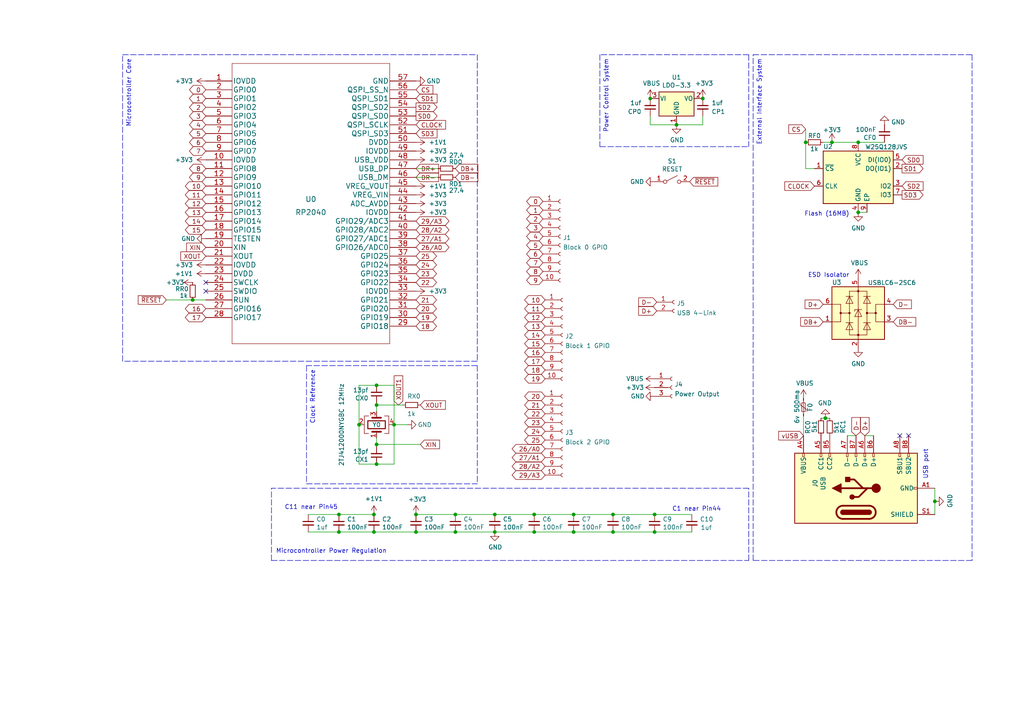
<source format=kicad_sch>
(kicad_sch (version 20211123) (generator eeschema)
  (paper "A4")
  (lib_symbols
    (symbol "+3V3_1" (power) (pin_names (offset 0))
      (property "Value" "+3V3_1" (at 0 3.556 0))
      (symbol "+3V3_1_1_1"
        (pin power_in line (at 0 0 90) (length 0) hide (name "+3V3") (number "1"))
      )
    )
    (symbol "Connector:Conn_01x02_Female" (pin_names (offset 1.016) hide)
      (property "Reference" "J" (at 0 2.54 0))
      (property "Value" "Conn_01x02_Female" (at 0 -5.08 0))
      (symbol "Conn_01x02_Female_1_1"
        (pin passive line (at -5.08 0 0) (length 3.81) (name "Pin_1") (number "1"))
        (pin passive line (at -5.08 -2.54 0) (length 3.81) (name "Pin_2") (number "2"))
      )
    )
    (symbol "Connector:Conn_01x03_Female" (pin_names (offset 1.016) hide)
      (property "Reference" "J" (at 0 5.08 0))
      (property "Value" "Conn_01x03_Female" (at 0 -5.08 0))
      (symbol "Conn_01x03_Female_1_1"
        (pin passive line (at -5.08 2.54 0) (length 3.81) (name "Pin_1") (number "1"))
        (pin passive line (at -5.08 0 0) (length 3.81) (name "Pin_2") (number "2"))
        (pin passive line (at -5.08 -2.54 0) (length 3.81) (name "Pin_3") (number "3"))
      )
    )
    (symbol "Connector:Conn_01x10_Female" (pin_names (offset 1.016) hide)
      (property "Reference" "J" (at 0 12.7 0))
      (property "Value" "Conn_01x10_Female" (at 0 -15.24 0))
      (symbol "Conn_01x10_Female_1_1"
        (pin passive line (at -5.08 10.16 0) (length 3.81) (name "Pin_1") (number "1"))
        (pin passive line (at -5.08 -12.7 0) (length 3.81) (name "Pin_10") (number "10"))
        (pin passive line (at -5.08 7.62 0) (length 3.81) (name "Pin_2") (number "2"))
        (pin passive line (at -5.08 5.08 0) (length 3.81) (name "Pin_3") (number "3"))
        (pin passive line (at -5.08 2.54 0) (length 3.81) (name "Pin_4") (number "4"))
        (pin passive line (at -5.08 0 0) (length 3.81) (name "Pin_5") (number "5"))
        (pin passive line (at -5.08 -2.54 0) (length 3.81) (name "Pin_6") (number "6"))
        (pin passive line (at -5.08 -5.08 0) (length 3.81) (name "Pin_7") (number "7"))
        (pin passive line (at -5.08 -7.62 0) (length 3.81) (name "Pin_8") (number "8"))
        (pin passive line (at -5.08 -10.16 0) (length 3.81) (name "Pin_9") (number "9"))
      )
    )
    (symbol "Device:C_Small" (pin_numbers hide) (pin_names (offset 0.254) hide)
      (property "Reference" "C" (at 0.254 1.778 0))
      (property "Value" "Device_C_Small" (at 0.254 -2.032 0))
      (symbol "C_Small_1_1"
        (pin passive line (at 0 2.54 270) (length 2.032) (name "~") (number "1"))
        (pin passive line (at 0 -2.54 90) (length 2.032) (name "~") (number "2"))
      )
    )
    (symbol "Device:Crystal_GND24" (pin_names (offset 1.016) hide)
      (property "Reference" "Y" (at 3.175 5.08 0))
      (property "Value" "Crystal_GND24" (at 3.175 3.175 0))
      (symbol "Crystal_GND24_1_1"
        (pin passive line (at -3.81 0 0) (length 1.27) (name "1") (number "1"))
        (pin passive line (at 0 5.08 270) (length 1.27) (name "2") (number "2"))
        (pin passive line (at 3.81 0 180) (length 1.27) (name "3") (number "3"))
        (pin passive line (at 0 -5.08 90) (length 1.27) (name "4") (number "4"))
      )
    )
    (symbol "Device:Polyfuse_Small" (pin_numbers hide) (pin_names (offset 0))
      (property "Reference" "F" (at -1.905 0 90))
      (property "Value" "Device_Polyfuse_Small" (at 1.905 0 90))
      (symbol "Polyfuse_Small_1_1"
        (pin passive line (at 0 2.54 270) (length 0.635) (name "~") (number "1"))
        (pin passive line (at 0 -2.54 90) (length 0.635) (name "~") (number "2"))
      )
    )
    (symbol "Device:R_Small" (pin_numbers hide) (pin_names (offset 0.254) hide)
      (property "Reference" "R" (at 0.762 0.508 0))
      (property "Value" "Device_R_Small" (at 0.762 -1.016 0))
      (symbol "R_Small_1_1"
        (pin passive line (at 0 2.54 270) (length 0.762) (name "~") (number "1"))
        (pin passive line (at 0 -2.54 90) (length 0.762) (name "~") (number "2"))
      )
    )
    (symbol "GND_1" (power) (pin_names (offset 0))
      (property "Value" "GND_1" (at 0 -3.81 0))
      (symbol "GND_1_1_1"
        (pin power_in line (at 0 0 270) (length 0) hide (name "GND") (number "1"))
      )
    )
    (symbol "HL-Mk2-rescue:USB_C_Receptacle_USB2.0-Connector" (pin_names (offset 1.016))
      (property "Reference" "J" (at -10.16 19.05 0))
      (property "Value" "USB_C_Receptacle_USB2.0-Connector" (at 19.05 19.05 0))
      (symbol "USB_C_Receptacle_USB2.0-Connector_1_1"
        (pin power_in line (at 0 -22.86 90) (length 5.08) (name "GND") (number "A1"))
        (pin passive line (at 0 -22.86 90) (length 5.08) hide (name "GND") (number "A12"))
        (pin power_in line (at 15.24 15.24 180) (length 5.08) (name "VBUS") (number "A4"))
        (pin bidirectional line (at 15.24 10.16 180) (length 5.08) (name "CC1") (number "A5"))
        (pin bidirectional line (at 15.24 -2.54 180) (length 5.08) (name "D+") (number "A6"))
        (pin bidirectional line (at 15.24 2.54 180) (length 5.08) (name "D-") (number "A7"))
        (pin bidirectional line (at 15.24 -12.7 180) (length 5.08) (name "SBU1") (number "A8"))
        (pin passive line (at 15.24 15.24 180) (length 5.08) hide (name "VBUS") (number "A9"))
        (pin passive line (at 0 -22.86 90) (length 5.08) hide (name "GND") (number "B1"))
        (pin passive line (at 0 -22.86 90) (length 5.08) hide (name "GND") (number "B12"))
        (pin passive line (at 15.24 15.24 180) (length 5.08) hide (name "VBUS") (number "B4"))
        (pin bidirectional line (at 15.24 7.62 180) (length 5.08) (name "CC2") (number "B5"))
        (pin bidirectional line (at 15.24 -5.08 180) (length 5.08) (name "D+") (number "B6"))
        (pin bidirectional line (at 15.24 0 180) (length 5.08) (name "D-") (number "B7"))
        (pin bidirectional line (at 15.24 -15.24 180) (length 5.08) (name "SBU2") (number "B8"))
        (pin passive line (at 15.24 15.24 180) (length 5.08) hide (name "VBUS") (number "B9"))
        (pin passive line (at -7.62 -22.86 90) (length 5.08) (name "SHIELD") (number "S1"))
      )
    )
    (symbol "Memory_Flash:W25Q32JVZP"
      (property "Reference" "U" (at -8.89 8.89 0))
      (property "Value" "W25Q32JVZP" (at 7.62 8.89 0))
      (symbol "W25Q32JVZP_1_1"
        (pin input line (at -12.7 2.54 0) (length 2.54) (name "~{CS}") (number "1"))
        (pin bidirectional line (at 12.7 2.54 180) (length 2.54) (name "DO(IO1)") (number "2"))
        (pin bidirectional line (at 12.7 -2.54 180) (length 2.54) (name "IO2") (number "3"))
        (pin power_in line (at 0 -10.16 90) (length 2.54) (name "GND") (number "4"))
        (pin bidirectional line (at 12.7 5.08 180) (length 2.54) (name "DI(IO0)") (number "5"))
        (pin input line (at -12.7 -2.54 0) (length 2.54) (name "CLK") (number "6"))
        (pin bidirectional line (at 12.7 -5.08 180) (length 2.54) (name "IO3") (number "7"))
        (pin power_in line (at 0 10.16 270) (length 2.54) (name "VCC") (number "8"))
        (pin passive line (at 2.54 -10.16 90) (length 2.54) (name "EP") (number "9"))
      )
    )
    (symbol "Power_Protection:USBLC6-2SC6" (pin_names hide)
      (property "Reference" "U" (at 2.54 8.89 0))
      (property "Value" "USBLC6-2SC6" (at 2.54 -8.89 0))
      (symbol "USBLC6-2SC6_1_1"
        (pin passive line (at -10.16 -2.54 0) (length 2.54) (name "I/O1") (number "1"))
        (pin passive line (at 0 -10.16 90) (length 2.54) (name "GND") (number "2"))
        (pin passive line (at 10.16 -2.54 180) (length 2.54) (name "I/O2") (number "3"))
        (pin passive line (at 10.16 2.54 180) (length 2.54) (name "I/O2") (number "4"))
        (pin passive line (at 0 10.16 270) (length 2.54) (name "VBUS") (number "5"))
        (pin passive line (at -10.16 2.54 0) (length 2.54) (name "I/O1") (number "6"))
      )
    )
    (symbol "RP2040:RP2040" (pin_names (offset 0.254))
      (property "Reference" "U" (at 30.48 10.16 0))
      (property "Value" "RP2040" (at 30.48 7.62 0))
      (symbol "RP2040_1_1"
        (pin power_in line (at 0 0 0) (length 7.62) (name "IOVDD") (number "1"))
        (pin power_in line (at 0 -22.86 0) (length 7.62) (name "IOVDD") (number "10"))
        (pin bidirectional line (at 0 -25.4 0) (length 7.62) (name "GPIO8") (number "11"))
        (pin bidirectional line (at 0 -27.94 0) (length 7.62) (name "GPIO9") (number "12"))
        (pin bidirectional line (at 0 -30.48 0) (length 7.62) (name "GPIO10") (number "13"))
        (pin bidirectional line (at 0 -33.02 0) (length 7.62) (name "GPIO11") (number "14"))
        (pin bidirectional line (at 0 -35.56 0) (length 7.62) (name "GPIO12") (number "15"))
        (pin bidirectional line (at 0 -38.1 0) (length 7.62) (name "GPIO13") (number "16"))
        (pin bidirectional line (at 0 -40.64 0) (length 7.62) (name "GPIO14") (number "17"))
        (pin bidirectional line (at 0 -43.18 0) (length 7.62) (name "GPIO15") (number "18"))
        (pin unspecified line (at 0 -45.72 0) (length 7.62) (name "TESTEN") (number "19"))
        (pin bidirectional line (at 0 -2.54 0) (length 7.62) (name "GPIO0") (number "2"))
        (pin unspecified line (at 0 -48.26 0) (length 7.62) (name "XIN") (number "20"))
        (pin output line (at 0 -50.8 0) (length 7.62) (name "XOUT") (number "21"))
        (pin power_in line (at 0 -53.34 0) (length 7.62) (name "IOVDD") (number "22"))
        (pin power_in line (at 0 -55.88 0) (length 7.62) (name "DVDD") (number "23"))
        (pin unspecified line (at 0 -58.42 0) (length 7.62) (name "SWCLK") (number "24"))
        (pin unspecified line (at 0 -60.96 0) (length 7.62) (name "SWDIO") (number "25"))
        (pin unspecified line (at 0 -63.5 0) (length 7.62) (name "RUN") (number "26"))
        (pin bidirectional line (at 0 -66.04 0) (length 7.62) (name "GPIO16") (number "27"))
        (pin bidirectional line (at 0 -68.58 0) (length 7.62) (name "GPIO17") (number "28"))
        (pin bidirectional line (at 60.96 -71.12 180) (length 7.62) (name "GPIO18") (number "29"))
        (pin bidirectional line (at 0 -5.08 0) (length 7.62) (name "GPIO1") (number "3"))
        (pin bidirectional line (at 60.96 -68.58 180) (length 7.62) (name "GPIO19") (number "30"))
        (pin bidirectional line (at 60.96 -66.04 180) (length 7.62) (name "GPIO20") (number "31"))
        (pin bidirectional line (at 60.96 -63.5 180) (length 7.62) (name "GPIO21") (number "32"))
        (pin power_in line (at 60.96 -60.96 180) (length 7.62) (name "IOVDD") (number "33"))
        (pin bidirectional line (at 60.96 -58.42 180) (length 7.62) (name "GPIO22") (number "34"))
        (pin bidirectional line (at 60.96 -55.88 180) (length 7.62) (name "GPIO23") (number "35"))
        (pin bidirectional line (at 60.96 -53.34 180) (length 7.62) (name "GPIO24") (number "36"))
        (pin bidirectional line (at 60.96 -50.8 180) (length 7.62) (name "GPIO25") (number "37"))
        (pin bidirectional line (at 60.96 -48.26 180) (length 7.62) (name "GPIO26/ADC0") (number "38"))
        (pin bidirectional line (at 60.96 -45.72 180) (length 7.62) (name "GPIO27/ADC1") (number "39"))
        (pin bidirectional line (at 0 -7.62 0) (length 7.62) (name "GPIO2") (number "4"))
        (pin bidirectional line (at 60.96 -43.18 180) (length 7.62) (name "GPIO28/ADC2") (number "40"))
        (pin bidirectional line (at 60.96 -40.64 180) (length 7.62) (name "GPIO29/ADC3") (number "41"))
        (pin power_in line (at 60.96 -38.1 180) (length 7.62) (name "IOVDD") (number "42"))
        (pin power_in line (at 60.96 -35.56 180) (length 7.62) (name "ADC_AVDD") (number "43"))
        (pin unspecified line (at 60.96 -33.02 180) (length 7.62) (name "VREG_VIN") (number "44"))
        (pin output line (at 60.96 -30.48 180) (length 7.62) (name "VREG_VOUT") (number "45"))
        (pin unspecified line (at 60.96 -27.94 180) (length 7.62) (name "USB_DM") (number "46"))
        (pin unspecified line (at 60.96 -25.4 180) (length 7.62) (name "USB_DP") (number "47"))
        (pin power_in line (at 60.96 -22.86 180) (length 7.62) (name "USB_VDD") (number "48"))
        (pin power_in line (at 60.96 -20.32 180) (length 7.62) (name "IOVDD") (number "49"))
        (pin bidirectional line (at 0 -10.16 0) (length 7.62) (name "GPIO3") (number "5"))
        (pin power_in line (at 60.96 -17.78 180) (length 7.62) (name "DVDD") (number "50"))
        (pin bidirectional line (at 60.96 -15.24 180) (length 7.62) (name "QSPI_SD3") (number "51"))
        (pin unspecified line (at 60.96 -12.7 180) (length 7.62) (name "QSPI_SCLK") (number "52"))
        (pin bidirectional line (at 60.96 -10.16 180) (length 7.62) (name "QSPI_SD0") (number "53"))
        (pin bidirectional line (at 60.96 -7.62 180) (length 7.62) (name "QSPI_SD2") (number "54"))
        (pin bidirectional line (at 60.96 -5.08 180) (length 7.62) (name "QSPI_SD1") (number "55"))
        (pin unspecified line (at 60.96 -2.54 180) (length 7.62) (name "QSPI_SS_N") (number "56"))
        (pin power_in line (at 60.96 0 180) (length 7.62) (name "GND") (number "57"))
        (pin bidirectional line (at 0 -12.7 0) (length 7.62) (name "GPIO4") (number "6"))
        (pin bidirectional line (at 0 -15.24 0) (length 7.62) (name "GPIO5") (number "7"))
        (pin bidirectional line (at 0 -17.78 0) (length 7.62) (name "GPIO6") (number "8"))
        (pin bidirectional line (at 0 -20.32 0) (length 7.62) (name "GPIO7") (number "9"))
      )
    )
    (symbol "Regulator_Linear:LD1117S33TR_SOT223" (pin_names (offset 0.254))
      (property "Reference" "U" (at -3.81 3.175 0))
      (property "Value" "Regulator_Linear_LD1117S33TR_SOT223" (at 0 3.175 0))
      (symbol "LD1117S33TR_SOT223_1_1"
        (pin power_in line (at 0 -7.62 90) (length 2.54) (name "GND") (number "1"))
        (pin power_out line (at 7.62 0 180) (length 2.54) (name "VO") (number "2"))
        (pin power_in line (at -7.62 0 0) (length 2.54) (name "VI") (number "3"))
      )
    )
    (symbol "Switch:SW_SPST" (pin_names (offset 0) hide)
      (property "Reference" "SW" (at 0 3.175 0))
      (property "Value" "Switch_SW_SPST" (at 0 -2.54 0))
      (symbol "SW_SPST_1_1"
        (pin passive line (at -5.08 0 0) (length 2.54) (name "A") (number "1"))
        (pin passive line (at 5.08 0 180) (length 2.54) (name "B") (number "2"))
      )
    )
    (symbol "power:+1V1" (power) (pin_names (offset 0))
      (property "Value" "+1V1" (at 0 3.556 0))
      (symbol "+1V1_1_1"
        (pin power_in line (at 0 0 90) (length 0) hide (name "+1V1") (number "1"))
      )
    )
    (symbol "power:+3V3" (power) (pin_names (offset 0))
      (property "Value" "power_+3V3" (at 0 3.556 0))
      (symbol "+3V3_1_1"
        (pin power_in line (at 0 0 90) (length 0) hide (name "+3V3") (number "1"))
      )
    )
    (symbol "power:GND" (power) (pin_names (offset 0))
      (property "Value" "power_GND" (at 0 -3.81 0))
      (symbol "GND_1_1"
        (pin power_in line (at 0 0 270) (length 0) hide (name "GND") (number "1"))
      )
    )
    (symbol "power:VBUS" (power) (pin_names (offset 0))
      (property "Value" "power_VBUS" (at 0 3.81 0))
      (symbol "VBUS_1_1"
        (pin power_in line (at 0 0 90) (length 0) hide (name "VBUS") (number "1"))
      )
    )
  )
  (junction (at 109.22 128.905))
  (junction (at 132.08 149.225))
  (junction (at 166.37 149.225))
  (junction (at 196.215 36.195))
  (junction (at 189.865 149.225))
  (junction (at 109.22 134.62))
  (junction (at 189.865 154.305))
  (junction (at 109.22 111.76))
  (junction (at 55.88 86.995))
  (junction (at 177.8 154.305))
  (junction (at 166.37 154.305))
  (junction (at 108.458 154.305))
  (junction (at 177.8 149.225))
  (junction (at 271.145 145.415))
  (junction (at 233.68 41.275))
  (junction (at 132.08 154.305))
  (junction (at 188.595 28.575))
  (junction (at 241.3 41.275))
  (junction (at 154.94 154.305))
  (junction (at 98.298 149.225))
  (junction (at 114.3 123.19))
  (junction (at 154.94 149.225))
  (junction (at 108.458 149.225))
  (junction (at 120.65 154.305))
  (junction (at 109.22 117.475))
  (junction (at 143.51 149.225))
  (junction (at 248.92 61.595))
  (junction (at 248.92 41.275))
  (junction (at 203.835 28.575))
  (junction (at 120.65 149.225))
  (junction (at 143.51 154.305))
  (junction (at 104.14 123.19))
  (junction (at 98.298 154.305))
  (junction (at 239.395 121.285))
  (no_connect (at 59.69 81.915))
  (no_connect (at 260.985 126.365))
  (no_connect (at 59.69 84.455))
  (no_connect (at 263.525 126.365))
  (wire (pts (xy 241.3 41.275) (xy 248.92 41.275)))
  (wire (pts (xy 114.3 111.76) (xy 114.3 123.19)))
  (wire (pts (xy 89.408 154.305) (xy 98.298 154.305)))
  (wire (pts (xy 143.51 154.305) (xy 132.08 154.305)))
  (wire (pts (xy 177.8 149.225) (xy 166.37 149.225)))
  (polyline (pts (xy 218.44 162.56) (xy 218.44 15.875)))
  (wire (pts (xy 240.665 121.285) (xy 239.395 121.285)))
  (polyline (pts (xy 88.9 106.045) (xy 88.9 140.335)))
  (wire (pts (xy 143.51 149.225) (xy 132.08 149.225)))
  (polyline (pts (xy 217.17 141.605) (xy 78.74 141.605)))
  (polyline (pts (xy 173.99 42.545) (xy 217.17 42.545)))
  (wire (pts (xy 104.14 134.62) (xy 104.14 123.19)))
  (wire (pts (xy 248.92 61.595) (xy 251.46 61.595)))
  (polyline (pts (xy 281.94 162.56) (xy 218.44 162.56)))
  (wire (pts (xy 109.22 111.76) (xy 114.3 111.76)))
  (wire (pts (xy 109.22 116.84) (xy 109.22 117.475)))
  (wire (pts (xy 109.22 134.62) (xy 104.14 134.62)))
  (wire (pts (xy 248.285 126.365) (xy 245.745 126.365)))
  (polyline (pts (xy 78.74 162.56) (xy 217.17 162.56)))
  (wire (pts (xy 233.045 120.65) (xy 233.045 126.365)))
  (wire (pts (xy 109.22 127) (xy 109.22 128.905)))
  (polyline (pts (xy 217.17 162.56) (xy 217.17 141.605)))
  (wire (pts (xy 48.26 86.995) (xy 55.88 86.995)))
  (polyline (pts (xy 35.56 15.875) (xy 138.43 15.875)))
  (polyline (pts (xy 78.74 162.56) (xy 78.74 141.605)))
  (wire (pts (xy 238.76 41.275) (xy 241.3 41.275)))
  (wire (pts (xy 271.145 149.225) (xy 271.145 145.415)))
  (wire (pts (xy 109.22 128.905) (xy 109.22 129.54)))
  (polyline (pts (xy 217.17 15.875) (xy 173.99 15.875)))
  (wire (pts (xy 271.145 145.415) (xy 271.145 141.605)))
  (wire (pts (xy 189.865 154.305) (xy 200.66 154.305)))
  (wire (pts (xy 189.865 149.225) (xy 200.66 149.225)))
  (polyline (pts (xy 281.94 15.875) (xy 281.94 162.56)))
  (polyline (pts (xy 173.99 15.875) (xy 173.99 42.545)))
  (wire (pts (xy 120.65 51.435) (xy 127 51.435)))
  (wire (pts (xy 132.08 149.225) (xy 120.65 149.225)))
  (wire (pts (xy 196.215 36.195) (xy 203.835 36.195)))
  (wire (pts (xy 132.08 154.305) (xy 120.65 154.305)))
  (polyline (pts (xy 218.44 15.875) (xy 281.94 15.875)))
  (polyline (pts (xy 88.9 140.335) (xy 138.43 140.335)))
  (polyline (pts (xy 217.17 15.875) (xy 217.17 42.545)))
  (polyline (pts (xy 138.43 106.045) (xy 138.43 140.335)))
  (wire (pts (xy 188.595 36.195) (xy 196.215 36.195)))
  (wire (pts (xy 89.408 149.225) (xy 98.298 149.225)))
  (wire (pts (xy 177.8 154.305) (xy 166.37 154.305)))
  (wire (pts (xy 108.458 154.305) (xy 120.65 154.305)))
  (wire (pts (xy 109.22 128.905) (xy 121.92 128.905)))
  (wire (pts (xy 233.68 37.465) (xy 233.68 41.275)))
  (polyline (pts (xy 35.56 104.775) (xy 35.56 15.875)))
  (wire (pts (xy 253.365 126.365) (xy 250.825 126.365)))
  (wire (pts (xy 177.8 154.305) (xy 189.865 154.305)))
  (wire (pts (xy 203.835 36.195) (xy 203.835 33.655)))
  (wire (pts (xy 166.37 154.305) (xy 154.94 154.305)))
  (wire (pts (xy 109.22 134.62) (xy 114.3 134.62)))
  (wire (pts (xy 239.395 121.285) (xy 238.125 121.285)))
  (wire (pts (xy 98.298 154.305) (xy 108.458 154.305)))
  (wire (pts (xy 114.3 123.19) (xy 118.11 123.19)))
  (wire (pts (xy 154.94 149.225) (xy 143.51 149.225)))
  (wire (pts (xy 154.94 154.305) (xy 143.51 154.305)))
  (wire (pts (xy 233.68 48.895) (xy 236.22 48.895)))
  (wire (pts (xy 233.68 41.275) (xy 233.68 48.895)))
  (wire (pts (xy 177.8 149.225) (xy 189.865 149.225)))
  (wire (pts (xy 98.298 149.225) (xy 108.458 149.225)))
  (polyline (pts (xy 138.43 15.875) (xy 138.43 104.775)))
  (wire (pts (xy 55.88 86.995) (xy 59.69 86.995)))
  (wire (pts (xy 166.37 149.225) (xy 154.94 149.225)))
  (wire (pts (xy 109.22 117.475) (xy 116.84 117.475)))
  (polyline (pts (xy 138.43 106.045) (xy 88.9 106.045)))
  (polyline (pts (xy 138.43 104.775) (xy 35.56 104.775)))
  (wire (pts (xy 248.92 41.275) (xy 256.54 41.275)))
  (wire (pts (xy 120.65 48.895) (xy 127 48.895)))
  (wire (pts (xy 188.595 33.655) (xy 188.595 36.195)))
  (wire (pts (xy 104.14 123.19) (xy 104.14 111.76)))
  (wire (pts (xy 114.3 134.62) (xy 114.3 123.19)))
  (wire (pts (xy 104.14 111.76) (xy 109.22 111.76)))
  (wire (pts (xy 109.22 117.475) (xy 109.22 119.38)))
  (text "ESD Isolator" (at 246.38 80.645 180) (effects (font (size 1.27 1.27)) (justify right bottom)))
  (text "Clock Reference" (at 91.44 107.315 270) (effects (font (size 1.27 1.27)) (justify right bottom)))
  (text "Microcontroller Core" (at 38.1 17.145 270) (effects (font (size 1.27 1.27)) (justify right bottom)))
  (text "Microcontroller Power Regulation" (at 80.01 160.655 0) (effects (font (size 1.27 1.27)) (justify left bottom)))
  (text "C1 near Pin44" (at 194.945 148.463 0) (effects (font (size 1.27 1.27)) (justify left bottom)))
  (text "Power Control System" (at 176.53 17.145 270) (effects (font (size 1.27 1.27)) (justify right bottom)))
  (text "External Interface System" (at 220.98 17.145 270) (effects (font (size 1.27 1.27)) (justify right bottom)))
  (text "USB port" (at 269.24 139.065 90) (effects (font (size 1.27 1.27)) (justify left bottom)))
  (text "C11 near Pin45" (at 82.55 147.955 0) (effects (font (size 1.27 1.27)) (justify left bottom)))
  (text "Flash (16MB)" (at 246.38 62.865 180) (effects (font (size 1.27 1.27)) (justify right bottom)))
  (global_label "7" (shape bidirectional) (at 157.48 76.2 180) (property "Intersheet References" "${INTERSHEET_REFS}" (effects hide)))
  (global_label "D+" (shape input) (at 250.825 126.365 90) (property "Intersheet References" "${INTERSHEET_REFS}" (effects hide)))
  (global_label "SD0" (shape output) (at 120.65 33.655 0) (property "Intersheet References" "${INTERSHEET_REFS}" (effects hide)))
  (global_label "DR+" (shape input) (at 120.65 48.895 0) (property "Intersheet References" "${INTERSHEET_REFS}" (effects hide)))
  (global_label "SD2" (shape input) (at 261.62 53.975 0) (property "Intersheet References" "${INTERSHEET_REFS}" (effects hide)))
  (global_label "XIN" (shape input) (at 59.69 71.755 180) (property "Intersheet References" "${INTERSHEET_REFS}" (effects hide)))
  (global_label "23" (shape bidirectional) (at 120.65 79.375 0) (property "Intersheet References" "${INTERSHEET_REFS}" (effects hide)))
  (global_label "20" (shape bidirectional) (at 158.115 114.935 180) (property "Intersheet References" "${INTERSHEET_REFS}" (effects hide)))
  (global_label "CS" (shape input) (at 233.68 37.465 180) (property "Intersheet References" "${INTERSHEET_REFS}" (effects hide)))
  (global_label "3" (shape bidirectional) (at 157.48 66.04 180) (property "Intersheet References" "${INTERSHEET_REFS}" (effects hide)))
  (global_label "14" (shape bidirectional) (at 158.115 97.155 180) (property "Intersheet References" "${INTERSHEET_REFS}" (effects hide)))
  (global_label "17" (shape bidirectional) (at 158.115 104.775 180) (property "Intersheet References" "${INTERSHEET_REFS}" (effects hide)))
  (global_label "3" (shape bidirectional) (at 59.69 33.655 180) (property "Intersheet References" "${INTERSHEET_REFS}" (effects hide)))
  (global_label "SD0" (shape input) (at 261.62 46.355 0) (property "Intersheet References" "${INTERSHEET_REFS}" (effects hide)))
  (global_label "SD2" (shape output) (at 120.65 31.115 0) (property "Intersheet References" "${INTERSHEET_REFS}" (effects hide)))
  (global_label "6" (shape bidirectional) (at 157.48 73.66 180) (property "Intersheet References" "${INTERSHEET_REFS}" (effects hide)))
  (global_label "27{slash}A1" (shape bidirectional) (at 158.115 132.715 180) (property "Intersheet References" "${INTERSHEET_REFS}" (effects hide)))
  (global_label "6" (shape bidirectional) (at 59.69 41.275 180) (property "Intersheet References" "${INTERSHEET_REFS}" (effects hide)))
  (global_label "24" (shape bidirectional) (at 158.115 125.095 180) (property "Intersheet References" "${INTERSHEET_REFS}" (effects hide)))
  (global_label "9" (shape bidirectional) (at 59.69 51.435 180) (property "Intersheet References" "${INTERSHEET_REFS}" (effects hide)))
  (global_label "DB+" (shape input) (at 132.08 48.895 0) (property "Intersheet References" "${INTERSHEET_REFS}" (effects hide)))
  (global_label "11" (shape bidirectional) (at 158.115 89.535 180) (property "Intersheet References" "${INTERSHEET_REFS}" (effects hide)))
  (global_label "26{slash}A0" (shape bidirectional) (at 158.115 130.175 180) (property "Intersheet References" "${INTERSHEET_REFS}" (effects hide)))
  (global_label "16" (shape bidirectional) (at 59.69 89.535 180) (property "Intersheet References" "${INTERSHEET_REFS}" (effects hide)))
  (global_label "0" (shape bidirectional) (at 59.69 26.035 180) (property "Intersheet References" "${INTERSHEET_REFS}" (effects hide)))
  (global_label "D+" (shape input) (at 238.76 88.265 180) (property "Intersheet References" "${INTERSHEET_REFS}" (effects hide)))
  (global_label "9" (shape bidirectional) (at 157.48 81.28 180) (property "Intersheet References" "${INTERSHEET_REFS}" (effects hide)))
  (global_label "CLOCK" (shape input) (at 120.65 36.195 0) (property "Intersheet References" "${INTERSHEET_REFS}" (effects hide)))
  (global_label "29{slash}A3" (shape bidirectional) (at 120.65 64.135 0) (property "Intersheet References" "${INTERSHEET_REFS}" (effects hide)))
  (global_label "1" (shape bidirectional) (at 59.69 28.575 180) (property "Intersheet References" "${INTERSHEET_REFS}" (effects hide)))
  (global_label "24" (shape bidirectional) (at 120.65 76.835 0) (property "Intersheet References" "${INTERSHEET_REFS}" (effects hide)))
  (global_label "2" (shape bidirectional) (at 157.48 63.5 180) (property "Intersheet References" "${INTERSHEET_REFS}" (effects hide)))
  (global_label "2" (shape bidirectional) (at 59.69 31.115 180) (property "Intersheet References" "${INTERSHEET_REFS}" (effects hide)))
  (global_label "D+" (shape input) (at 190.5 90.17 180) (property "Intersheet References" "${INTERSHEET_REFS}" (effects hide)))
  (global_label "10" (shape bidirectional) (at 158.115 86.995 180) (property "Intersheet References" "${INTERSHEET_REFS}" (effects hide)))
  (global_label "13" (shape bidirectional) (at 158.115 94.615 180) (property "Intersheet References" "${INTERSHEET_REFS}" (effects hide)))
  (global_label "14" (shape bidirectional) (at 59.69 64.135 180) (property "Intersheet References" "${INTERSHEET_REFS}" (effects hide)))
  (global_label "D-" (shape input) (at 259.08 88.265 0) (property "Intersheet References" "${INTERSHEET_REFS}" (effects hide)))
  (global_label "4" (shape bidirectional) (at 59.69 36.195 180) (property "Intersheet References" "${INTERSHEET_REFS}" (effects hide)))
  (global_label "DB-" (shape input) (at 259.08 93.345 0) (property "Intersheet References" "${INTERSHEET_REFS}" (effects hide)))
  (global_label "21" (shape bidirectional) (at 120.65 86.995 0) (property "Intersheet References" "${INTERSHEET_REFS}" (effects hide)))
  (global_label "15" (shape bidirectional) (at 158.115 99.695 180) (property "Intersheet References" "${INTERSHEET_REFS}" (effects hide)))
  (global_label "25" (shape bidirectional) (at 158.115 127.635 180) (property "Intersheet References" "${INTERSHEET_REFS}" (effects hide)))
  (global_label "XOUT" (shape input) (at 59.69 74.295 180) (property "Intersheet References" "${INTERSHEET_REFS}" (effects hide)))
  (global_label "16" (shape bidirectional) (at 158.115 102.235 180) (property "Intersheet References" "${INTERSHEET_REFS}" (effects hide)))
  (global_label "10" (shape bidirectional) (at 59.69 53.975 180) (property "Intersheet References" "${INTERSHEET_REFS}" (effects hide)))
  (global_label "5" (shape bidirectional) (at 157.48 71.12 180) (property "Intersheet References" "${INTERSHEET_REFS}" (effects hide)))
  (global_label "7" (shape bidirectional) (at 59.69 43.815 180) (property "Intersheet References" "${INTERSHEET_REFS}" (effects hide)))
  (global_label "8" (shape bidirectional) (at 59.69 48.895 180) (property "Intersheet References" "${INTERSHEET_REFS}" (effects hide)))
  (global_label "28{slash}A2" (shape bidirectional) (at 120.65 66.675 0) (property "Intersheet References" "${INTERSHEET_REFS}" (effects hide)))
  (global_label "DB-" (shape input) (at 132.08 51.435 0) (property "Intersheet References" "${INTERSHEET_REFS}" (effects hide)))
  (global_label "DB+" (shape input) (at 238.76 93.345 180) (property "Intersheet References" "${INTERSHEET_REFS}" (effects hide)))
  (global_label "18" (shape bidirectional) (at 158.115 107.315 180) (property "Intersheet References" "${INTERSHEET_REFS}" (effects hide)))
  (global_label "D-" (shape input) (at 248.285 126.365 90) (property "Intersheet References" "${INTERSHEET_REFS}" (effects hide)))
  (global_label "DR-" (shape input) (at 120.65 51.435 0) (property "Intersheet References" "${INTERSHEET_REFS}" (effects hide)))
  (global_label "20" (shape bidirectional) (at 120.65 89.535 0) (property "Intersheet References" "${INTERSHEET_REFS}" (effects hide)))
  (global_label "12" (shape bidirectional) (at 158.115 92.075 180) (property "Intersheet References" "${INTERSHEET_REFS}" (effects hide)))
  (global_label "8" (shape bidirectional) (at 157.48 78.74 180) (property "Intersheet References" "${INTERSHEET_REFS}" (effects hide)))
  (global_label "17" (shape bidirectional) (at 59.69 92.075 180) (property "Intersheet References" "${INTERSHEET_REFS}" (effects hide)))
  (global_label "22" (shape bidirectional) (at 158.115 120.015 180) (property "Intersheet References" "${INTERSHEET_REFS}" (effects hide)))
  (global_label "29{slash}A3" (shape bidirectional) (at 158.115 137.795 180) (property "Intersheet References" "${INTERSHEET_REFS}" (effects hide)))
  (global_label "26{slash}A0" (shape bidirectional) (at 120.65 71.755 0) (property "Intersheet References" "${INTERSHEET_REFS}" (effects hide)))
  (global_label "XIN" (shape input) (at 121.92 128.905 0) (property "Intersheet References" "${INTERSHEET_REFS}" (effects hide)))
  (global_label "11" (shape bidirectional) (at 59.69 56.515 180) (property "Intersheet References" "${INTERSHEET_REFS}" (effects hide)))
  (global_label "SD3" (shape input) (at 120.65 38.735 0) (property "Intersheet References" "${INTERSHEET_REFS}" (effects hide)))
  (global_label "vUSB" (shape input) (at 233.045 126.365 180) (property "Intersheet References" "${INTERSHEET_REFS}" (effects hide)))
  (global_label "19" (shape bidirectional) (at 120.65 92.075 0) (property "Intersheet References" "${INTERSHEET_REFS}" (effects hide)))
  (global_label "SD1" (shape input) (at 120.65 28.575 0) (property "Intersheet References" "${INTERSHEET_REFS}" (effects hide)))
  (global_label "19" (shape bidirectional) (at 158.115 109.855 180) (property "Intersheet References" "${INTERSHEET_REFS}" (effects hide)))
  (global_label "25" (shape bidirectional) (at 120.65 74.295 0) (property "Intersheet References" "${INTERSHEET_REFS}" (effects hide)))
  (global_label "SD1" (shape output) (at 261.62 48.895 0) (property "Intersheet References" "${INTERSHEET_REFS}" (effects hide)))
  (global_label "13" (shape bidirectional) (at 59.69 61.595 180) (property "Intersheet References" "${INTERSHEET_REFS}" (effects hide)))
  (global_label "15" (shape bidirectional) (at 59.69 66.675 180) (property "Intersheet References" "${INTERSHEET_REFS}" (effects hide)))
  (global_label "0" (shape bidirectional) (at 157.48 58.42 180) (property "Intersheet References" "${INTERSHEET_REFS}" (effects hide)))
  (global_label "18" (shape bidirectional) (at 120.65 94.615 0) (property "Intersheet References" "${INTERSHEET_REFS}" (effects hide)))
  (global_label "12" (shape bidirectional) (at 59.69 59.055 180) (property "Intersheet References" "${INTERSHEET_REFS}" (effects hide)))
  (global_label "SD3" (shape output) (at 261.62 56.515 0) (property "Intersheet References" "${INTERSHEET_REFS}" (effects hide)))
  (global_label "22" (shape bidirectional) (at 120.65 81.915 0) (property "Intersheet References" "${INTERSHEET_REFS}" (effects hide)))
  (global_label "23" (shape bidirectional) (at 158.115 122.555 180) (property "Intersheet References" "${INTERSHEET_REFS}" (effects hide)))
  (global_label "21" (shape bidirectional) (at 158.115 117.475 180) (property "Intersheet References" "${INTERSHEET_REFS}" (effects hide)))
  (global_label "4" (shape bidirectional) (at 157.48 68.58 180) (property "Intersheet References" "${INTERSHEET_REFS}" (effects hide)))
  (global_label "~{RESET}" (shape input) (at 200.025 52.705 0) (property "Intersheet References" "${INTERSHEET_REFS}" (effects hide)))
  (global_label "XOUT" (shape input) (at 121.92 117.475 0) (property "Intersheet References" "${INTERSHEET_REFS}" (effects hide)))
  (global_label "27{slash}A1" (shape bidirectional) (at 120.65 69.215 0) (property "Intersheet References" "${INTERSHEET_REFS}" (effects hide)))
  (global_label "~{RESET}" (shape input) (at 48.26 86.995 180) (property "Intersheet References" "${INTERSHEET_REFS}" (effects hide)))
  (global_label "D-" (shape input) (at 190.5 87.63 180) (property "Intersheet References" "${INTERSHEET_REFS}" (effects hide)))
  (global_label "XOUT1" (shape input) (at 115.57 117.475 90) (property "Intersheet References" "${INTERSHEET_REFS}" (effects hide)))
  (global_label "CLOCK" (shape input) (at 236.22 53.975 180) (property "Intersheet References" "${INTERSHEET_REFS}" (effects hide)))
  (global_label "CS" (shape input) (at 120.65 26.035 0) (property "Intersheet References" "${INTERSHEET_REFS}" (effects hide)))
  (global_label "5" (shape bidirectional) (at 59.69 38.735 180) (property "Intersheet References" "${INTERSHEET_REFS}" (effects hide)))
  (global_label "1" (shape bidirectional) (at 157.48 60.96 180) (property "Intersheet References" "${INTERSHEET_REFS}" (effects hide)))
  (global_label "28{slash}A2" (shape bidirectional) (at 158.115 135.255 180) (property "Intersheet References" "${INTERSHEET_REFS}" (effects hide)))
  (symbol (lib_id "Device:C_Small") (at 89.408 151.765 0) (unit 1)
    (property "Reference" "C0" (at 91.7448 150.5966 0) (effects (justify left)))
    (property "Value" "1uf" (at 91.7448 152.908 0) (effects (justify left)))
    (property "Footprint" "EDI:Passive_0402_1005Metric" (effects hide))
    (property "LCSC" "C52923" (effects hide))
  )
  (symbol (lib_id "power:+3V3") (at 189.865 112.395 90) (unit 1)
    (property "Reference" "#PWR0129" (effects hide))
    (property "Value" "+3V3" (at 184.15 112.395 90))
  )
  (symbol (lib_id "Device:C_Small") (at 120.65 151.765 0) (unit 1)
    (property "Reference" "C3" (at 122.9868 150.5966 0) (effects (justify left)))
    (property "Value" "100nF" (at 122.9868 152.908 0) (effects (justify left)))
    (property "Footprint" "EDI:Passive_0402_1005Metric" (effects hide))
    (property "LCSC" "C1525" (effects hide))
  )
  (symbol (lib_id "power:+3V3") (at 59.69 23.495 90) (unit 1)
    (property "Reference" "#PWR0104" (effects hide))
    (property "Value" "+3V3" (at 53.34 23.495 90))
  )
  (symbol (lib_id "Device:R_Small") (at 236.22 41.275 270) (unit 1)
    (property "Reference" "RF0" (at 234.315 39.37 90) (effects (justify left)))
    (property "Value" "1k" (at 234.95 43.18 90) (effects (justify left)))
    (property "Footprint" "EDI:Passive_0402_1005Metric" (effects hide))
    (property "LCSC" "C25905" (effects hide))
  )
  (symbol (lib_id "Device:C_Small") (at 143.51 151.765 0) (unit 1)
    (property "Reference" "C5" (at 145.8468 150.5966 0) (effects (justify left)))
    (property "Value" "100nF" (at 145.8468 152.908 0) (effects (justify left)))
    (property "Footprint" "EDI:Passive_0402_1005Metric" (effects hide))
    (property "LCSC" "C1525" (effects hide))
  )
  (symbol (lib_id "Device:C_Small") (at 132.08 151.765 0) (unit 1)
    (property "Reference" "C4" (at 134.4168 150.5966 0) (effects (justify left)))
    (property "Value" "100nF" (at 134.4168 152.908 0) (effects (justify left)))
    (property "Footprint" "EDI:Passive_0402_1005Metric" (effects hide))
    (property "LCSC" "C1525" (effects hide))
  )
  (symbol (lib_id "Device:C_Small") (at 166.37 151.765 0) (unit 1)
    (property "Reference" "C7" (at 168.7068 150.5966 0) (effects (justify left)))
    (property "Value" "100nF" (at 168.7068 152.908 0) (effects (justify left)))
    (property "Footprint" "EDI:Passive_0402_1005Metric" (effects hide))
    (property "LCSC" "C1525" (effects hide))
  )
  (symbol (lib_id "Device:C_Small") (at 200.66 151.765 0) (unit 1)
    (property "Reference" "C10" (at 202.9968 150.5966 0) (effects (justify left)))
    (property "Value" "1uf" (at 203.2 153.035 0) (effects (justify left)))
    (property "Footprint" "EDI:Passive_0402_1005Metric" (effects hide))
    (property "LCSC" "C52923" (effects hide))
  )
  (symbol (lib_id "Device:C_Small") (at 109.22 114.3 180) (unit 1)
    (property "Reference" "CX0" (at 106.8832 115.4684 0) (effects (justify left)))
    (property "Value" "13pf" (at 106.8832 113.157 0) (effects (justify left)))
    (property "Footprint" "EDI:Passive_0402_1005Metric" (effects hide))
    (property "LCSC" "C48936" (effects hide))
  )
  (symbol (lib_id "Device:Crystal_GND24") (at 109.22 123.19 90) (unit 1)
    (property "Reference" "Y0" (at 109.22 123.19 90))
    (property "Value" "2TJ412000NYGBC 12MHz" (at 99.06 123.19 0))
    (property "Footprint" "Crystal:Crystal_SMD_2520-4Pin_2.5x2.0mm" (effects hide))
    (property "LCSC" "C2149205" (effects hide))
  )
  (symbol (lib_id "RP2040:RP2040") (at 59.69 23.495 0) (unit 1)
    (property "Reference" "U0" (at 90.17 57.785 0) (effects (font (size 1.524 1.524))))
    (property "Value" "RP2040" (at 90.17 61.595 0) (effects (font (size 1.524 1.524))))
    (property "Footprint" "EDI:RP2040" (effects hide))
    (property "LCSC" "C2040" (effects hide))
  )
  (symbol (lib_id "Connector:Conn_01x02_Female") (at 195.58 87.63 0) (unit 1)
    (property "Reference" "J5" (at 196.2912 87.9915 0) (effects (justify left)))
    (property "Value" "USB 4-Link" (at 196.2912 90.7666 0) (effects (justify left)))
    (property "Footprint" "Connector_PinSocket_2.54mm:PinSocket_1x02_P2.54mm_Vertical" (effects hide))
  )
  (symbol (lib_id "Device:Polyfuse_Small") (at 233.045 118.11 180) (unit 1)
    (property "Reference" "F0" (at 234.95 116.84 90) (effects (justify left)))
    (property "Value" "6v 500ma" (at 231.14 113.03 90) (effects (justify left)))
    (property "Footprint" "Fuse:Fuse_0603_1608Metric" (effects hide))
    (property "LCSC" "C207011" (effects hide))
  )
  (symbol (lib_id "power:VBUS") (at 188.595 28.575 0) (unit 1)
    (property "Reference" "#PWR0126" (effects hide))
    (property "Value" "VBUS" (at 188.976 24.1808 0))
  )
  (symbol (lib_id "Device:C_Small") (at 177.8 151.765 0) (unit 1)
    (property "Reference" "C8" (at 180.1368 150.5966 0) (effects (justify left)))
    (property "Value" "100nF" (at 180.1368 152.908 0) (effects (justify left)))
    (property "Footprint" "EDI:Passive_0402_1005Metric" (effects hide))
    (property "LCSC" "C1525" (effects hide))
  )
  (symbol (lib_id "power:+3V3") (at 120.65 84.455 270) (unit 1)
    (property "Reference" "#PWR0117" (effects hide))
    (property "Value" "+3V3" (at 127 84.455 90))
  )
  (symbol (lib_id "Connector:Conn_01x03_Female") (at 194.945 112.395 0) (unit 1)
    (property "Reference" "J4" (at 195.6562 111.4865 0) (effects (justify left)))
    (property "Value" "Power Output" (at 195.6562 114.2616 0) (effects (justify left)))
    (property "Footprint" "Connector_PinSocket_2.54mm:PinSocket_1x03_P2.54mm_Vertical" (effects hide))
  )
  (symbol (lib_id "Device:C_Small") (at 98.298 151.765 0) (unit 1)
    (property "Reference" "C1" (at 100.6348 150.5966 0) (effects (justify left)))
    (property "Value" "100nF" (at 100.6348 152.908 0) (effects (justify left)))
    (property "Footprint" "EDI:Passive_0402_1005Metric" (effects hide))
    (property "LCSC" "C1525" (effects hide))
  )
  (symbol (lib_id "power:+1V1") (at 108.458 149.225 0) (unit 1)
    (property "Reference" "#PWR0102" (effects hide))
    (property "Value" "+1V1" (at 108.458 144.6625 0))
  )
  (symbol (lib_id "power:GND") (at 239.395 121.285 180) (unit 1)
    (property "Reference" "#PWR0119" (effects hide))
    (property "Value" "GND" (at 239.268 116.8908 0))
  )
  (symbol (lib_id "power:+3V3") (at 120.65 43.815 270) (unit 1)
    (property "Reference" "#PWR0115" (effects hide))
    (property "Value" "+3V3" (at 127 43.815 90))
  )
  (symbol (lib_id "power:+3V3") (at 59.69 46.355 90) (unit 1)
    (property "Reference" "#PWR0103" (effects hide))
    (property "Value" "+3V3" (at 53.34 46.355 90))
  )
  (symbol (lib_id "power:GND") (at 189.865 52.705 270) (unit 1)
    (property "Reference" "#PWR0132" (effects hide))
    (property "Value" "GND" (at 184.785 52.705 90))
  )
  (symbol (lib_id "Device:R_Small") (at 129.54 51.435 270) (unit 1)
    (property "Reference" "RD1" (at 130.175 53.34 90) (effects (justify left)))
    (property "Value" "27.4" (at 130.175 55.245 90) (effects (justify left)))
    (property "Footprint" "EDI:Passive_0402_1005Metric" (effects hide))
    (property "LCSC" "C172043" (effects hide))
  )
  (symbol (lib_id "power:GND") (at 271.145 145.415 90) (unit 1)
    (property "Reference" "#PWR0124" (effects hide))
    (property "Value" "GND" (at 275.5392 145.288 0))
  )
  (symbol (lib_id "power:+3V3") (at 120.65 149.225 0) (unit 1)
    (property "Reference" "#PWR0130" (effects hide))
    (property "Value" "+3V3" (at 121.031 144.8308 0))
  )
  (symbol (lib_name "GND_1") (lib_id "power:GND") (at 248.92 61.595 0) (unit 1)
    (property "Reference" "#PWR0122" (effects hide))
    (property "Value" "GND" (at 248.92 66.1575 0))
  )
  (symbol (lib_id "Power_Protection:USBLC6-2SC6") (at 248.92 90.805 0) (unit 1)
    (property "Reference" "U3" (at 241.3 81.915 0) (effects (justify left)))
    (property "Value" "USBLC6-2SC6" (at 251.6887 81.9936 0) (effects (justify left)))
    (property "Footprint" "Package_TO_SOT_SMD:SOT-23-6" (effects hide))
    (property "Datasheet" "https://www.st.com/resource/en/datasheet/usblc6-2.pdf" (effects hide))
    (property "LCSC" "C2827654" (effects hide))
  )
  (symbol (lib_id "Device:R_Small") (at 129.54 48.895 270) (unit 1)
    (property "Reference" "RD0" (at 130.175 46.99 90) (effects (justify left)))
    (property "Value" "27.4" (at 130.175 45.085 90) (effects (justify left)))
    (property "Footprint" "EDI:Passive_0402_1005Metric" (effects hide))
    (property "LCSC" "C172043" (effects hide))
  )
  (symbol (lib_id "Memory_Flash:W25Q32JVZP") (at 248.92 51.435 0) (unit 1)
    (property "Reference" "U2" (at 238.76 42.545 0) (effects (justify left)))
    (property "Value" "W25Q128JVS" (at 250.9394 42.6236 0) (effects (justify left)))
    (property "Footprint" "Package_SON:WSON-8-1EP_6x5mm_P1.27mm_EP3.4x4.3mm" (effects hide))
    (property "Datasheet" "http://www.winbond.com/resource-files/w25q32jv%20revg%2003272018%20plus.pdf" (effects hide))
    (property "LCSC" "C190862" (effects hide))
  )
  (symbol (lib_id "Device:C_Small") (at 154.94 151.765 0) (unit 1)
    (property "Reference" "C6" (at 157.2768 150.5966 0) (effects (justify left)))
    (property "Value" "100nF" (at 157.2768 152.908 0) (effects (justify left)))
    (property "Footprint" "EDI:Passive_0402_1005Metric" (effects hide))
    (property "LCSC" "C1525" (effects hide))
  )
  (symbol (lib_id "Regulator_Linear:LD1117S33TR_SOT223") (at 196.215 28.575 0) (unit 1)
    (property "Reference" "U1" (at 196.215 22.4282 0))
    (property "Value" "LDO-3.3" (at 196.215 24.7396 0))
    (property "Footprint" "Package_TO_SOT_SMD:SOT-23" (effects hide))
    (property "Datasheet" "http://www.st.com/st-web-ui/static/active/en/resource/technical/document/datasheet/CD00000544.pdf" (effects hide))
    (property "LCSC" "C83932" (effects hide))
  )
  (symbol (lib_id "power:+3V3") (at 120.65 56.515 270) (unit 1)
    (property "Reference" "#PWR0113" (effects hide))
    (property "Value" "+3V3" (at 127 56.515 90))
  )
  (symbol (lib_id "power:+3V3") (at 120.65 46.355 270) (unit 1)
    (property "Reference" "#PWR0110" (effects hide))
    (property "Value" "+3V3" (at 127 46.355 90))
  )
  (symbol (lib_id "power:+1V1") (at 59.69 79.375 90) (unit 1)
    (property "Reference" "#PWR0107" (effects hide))
    (property "Value" "+1V1" (at 53.34 79.375 90))
  )
  (symbol (lib_id "power:+3V3") (at 59.69 76.835 90) (unit 1)
    (property "Reference" "#PWR0108" (effects hide))
    (property "Value" "+3V3" (at 53.34 76.835 90))
  )
  (symbol (lib_id "power:+3V3") (at 120.65 59.055 270) (unit 1)
    (property "Reference" "#PWR0114" (effects hide))
    (property "Value" "+3V3" (at 127 59.055 90))
  )
  (symbol (lib_id "power:+3V3") (at 55.88 81.915 90) (unit 1)
    (property "Reference" "#PWR0105" (effects hide))
    (property "Value" "+3V3" (at 50.8 81.915 90))
  )
  (symbol (lib_id "Device:C_Small") (at 203.835 31.115 0) (unit 1)
    (property "Reference" "CP1" (at 206.375 32.385 0) (effects (justify left)))
    (property "Value" "1uf" (at 206.375 29.845 0) (effects (justify left)))
    (property "Footprint" "EDI:Passive_0402_1005Metric" (effects hide))
    (property "LCSC" "C52923" (effects hide))
  )
  (symbol (lib_id "Device:R_Small") (at 238.125 123.825 180) (unit 1)
    (property "Reference" "RC0" (at 234.315 121.92 90) (effects (justify left)))
    (property "Value" "5k1" (at 236.22 121.92 90) (effects (justify left)))
    (property "Footprint" "EDI:Passive_0402_1005Metric" (effects hide))
    (property "LCSC" "C25905" (effects hide))
  )
  (symbol (lib_id "Device:R_Small") (at 240.665 123.825 0) (unit 1)
    (property "Reference" "RC1" (at 244.475 125.73 90) (effects (justify left)))
    (property "Value" "5k1" (at 242.57 125.73 90) (effects (justify left)))
    (property "Footprint" "EDI:Passive_0402_1005Metric" (effects hide))
    (property "LCSC" "C25905" (effects hide))
  )
  (symbol (lib_id "power:VBUS") (at 248.92 80.645 0) (unit 1)
    (property "Reference" "#PWR0121" (effects hide))
    (property "Value" "VBUS" (at 249.301 76.2508 0))
  )
  (symbol (lib_id "power:GND") (at 59.69 69.215 270) (unit 1)
    (property "Reference" "#PWR0106" (effects hide))
    (property "Value" "GND" (at 54.61 69.215 90))
  )
  (symbol (lib_id "power:GND") (at 143.51 154.305 0) (unit 1)
    (property "Reference" "#PWR0131" (effects hide))
    (property "Value" "GND" (at 143.637 158.6992 0))
  )
  (symbol (lib_id "power:GND") (at 196.215 36.195 0) (unit 1)
    (property "Reference" "#PWR0127" (effects hide))
    (property "Value" "GND" (at 196.342 40.5892 0))
  )
  (symbol (lib_id "power:+3V3") (at 120.65 61.595 270) (unit 1)
    (property "Reference" "#PWR0112" (effects hide))
    (property "Value" "+3V3" (at 127 61.595 90))
  )
  (symbol (lib_id "Device:C_Small") (at 256.54 38.735 180) (unit 1)
    (property "Reference" "CF0" (at 254.2032 39.9034 0) (effects (justify left)))
    (property "Value" "100nF" (at 254.2032 37.592 0) (effects (justify left)))
    (property "Footprint" "EDI:Passive_0402_1005Metric" (effects hide))
    (property "LCSC" "C1525" (effects hide))
  )
  (symbol (lib_id "power:+1V1") (at 120.65 41.275 270) (unit 1)
    (property "Reference" "#PWR0109" (effects hide))
    (property "Value" "+1V1" (at 127 41.275 90))
  )
  (symbol (lib_id "Connector:Conn_01x10_Female") (at 162.56 68.58 0) (unit 1)
    (property "Reference" "J1" (at 163.2712 68.9415 0) (effects (justify left)))
    (property "Value" "Block 0 GPIO" (at 163.2712 71.7166 0) (effects (justify left)))
    (property "Footprint" "EDI:CastellatedEdges" (effects hide))
  )
  (symbol (lib_name "+3V3_1") (lib_id "power:+3V3") (at 241.3 41.275 0) (unit 1)
    (property "Reference" "#PWR0125" (effects hide))
    (property "Value" "+3V3" (at 241.3 37.6705 0))
  )
  (symbol (lib_id "Switch:SW_SPST") (at 194.945 52.705 0) (unit 1)
    (property "Reference" "S1" (at 194.945 46.736 0))
    (property "Value" "RESET" (at 194.945 49.0474 0))
    (property "Footprint" "Button_Switch_SMD:SW_SPST_B3U-1000P" (effects hide))
    (property "LCSC" "C231329" (effects hide))
  )
  (symbol (lib_id "Connector:Conn_01x10_Female") (at 163.195 97.155 0) (unit 1)
    (property "Reference" "J2" (at 163.9062 97.5165 0) (effects (justify left)))
    (property "Value" "Block 1 GPIO" (at 163.9062 100.2916 0) (effects (justify left)))
    (property "Footprint" "EDI:CastellatedEdges" (effects hide))
  )
  (symbol (lib_id "HL-Mk2-rescue:USB_C_Receptacle_USB2.0-Connector") (at 248.285 141.605 90) (unit 1)
    (property "Reference" "J0" (at 236.4232 140.208 0))
    (property "Value" "USB" (at 238.7346 140.208 0))
    (property "Footprint" "Connector_USB:USB_C_Receptacle_HRO_TYPE-C-31-M-12" (effects hide))
    (property "LCSC" "C167321" (effects hide))
  )
  (symbol (lib_id "Device:C_Small") (at 109.22 132.08 180) (unit 1)
    (property "Reference" "CX1" (at 106.8832 133.2484 0) (effects (justify left)))
    (property "Value" "13pf" (at 106.8832 130.937 0) (effects (justify left)))
    (property "Footprint" "EDI:Passive_0402_1005Metric" (effects hide))
    (property "LCSC" "C48936" (effects hide))
  )
  (symbol (lib_name "GND_1") (lib_id "power:GND") (at 256.54 36.195 180) (unit 1)
    (property "Reference" "#PWR0123" (effects hide))
    (property "Value" "GND" (at 258.445 35.404 0) (effects (justify right)))
  )
  (symbol (lib_id "power:+1V1") (at 120.65 53.975 270) (unit 1)
    (property "Reference" "#PWR0111" (effects hide))
    (property "Value" "+1V1" (at 127 53.975 90))
  )
  (symbol (lib_id "Device:C_Small") (at 188.595 31.115 180) (unit 1)
    (property "Reference" "CP0" (at 186.055 32.385 0) (effects (justify left)))
    (property "Value" "1uf" (at 186.055 29.845 0) (effects (justify left)))
    (property "Footprint" "EDI:Passive_0402_1005Metric" (effects hide))
    (property "LCSC" "C52923" (effects hide))
  )
  (symbol (lib_name "GND_1") (lib_id "power:GND") (at 248.92 100.965 0) (unit 1)
    (property "Reference" "#PWR0120" (effects hide))
    (property "Value" "GND" (at 248.92 105.5275 0))
  )
  (symbol (lib_id "Device:R_Small") (at 55.88 84.455 0) (unit 1)
    (property "Reference" "RR0" (at 50.8 83.82 0) (effects (justify left)))
    (property "Value" "1k" (at 52.07 85.725 0) (effects (justify left)))
    (property "Footprint" "EDI:Passive_0402_1005Metric" (effects hide))
    (property "LCSC" "C25905" (effects hide))
  )
  (symbol (lib_id "Device:R_Small") (at 119.38 117.475 270) (unit 1)
    (property "Reference" "RX0" (at 118.11 114.935 90) (effects (justify left)))
    (property "Value" "1k" (at 118.11 120.015 90) (effects (justify left)))
    (property "Footprint" "EDI:Passive_0402_1005Metric" (effects hide))
    (property "LCSC" "C25905" (effects hide))
  )
  (symbol (lib_id "Connector:Conn_01x10_Female") (at 163.195 125.095 0) (unit 1)
    (property "Reference" "J3" (at 163.9062 125.4565 0) (effects (justify left)))
    (property "Value" "Block 2 GPIO" (at 163.9062 128.2316 0) (effects (justify left)))
    (property "Footprint" "EDI:CastellatedEdges" (effects hide))
  )
  (symbol (lib_id "power:GND") (at 120.65 23.495 90) (unit 1)
    (property "Reference" "#PWR0116" (effects hide))
    (property "Value" "GND" (at 125.73 23.495 90))
  )
  (symbol (lib_id "Device:C_Small") (at 108.458 151.765 0) (unit 1)
    (property "Reference" "C2" (at 110.7948 150.5966 0) (effects (justify left)))
    (property "Value" "100nF" (at 110.7948 152.908 0) (effects (justify left)))
    (property "Footprint" "EDI:Passive_0402_1005Metric" (effects hide))
    (property "LCSC" "C1525" (effects hide))
  )
  (symbol (lib_id "power:GND") (at 118.11 123.19 90) (unit 1)
    (property "Reference" "#PWR0101" (effects hide))
    (property "Value" "GND" (at 123.19 123.19 90))
  )
  (symbol (lib_name "GND_1") (lib_id "power:GND") (at 189.865 114.935 270) (unit 1)
    (property "Reference" "#PWR0133" (effects hide))
    (property "Value" "GND" (at 182.88 114.935 90) (effects (justify left)))
  )
  (symbol (lib_id "power:+3V3") (at 203.835 28.575 0) (unit 1)
    (property "Reference" "#PWR0128" (effects hide))
    (property "Value" "+3V3" (at 204.216 24.1808 0))
  )
  (symbol (lib_id "power:VBUS") (at 233.045 115.57 0) (unit 1)
    (property "Reference" "#PWR0118" (effects hide))
    (property "Value" "VBUS" (at 233.426 111.1758 0))
  )
  (symbol (lib_id "Device:C_Small") (at 189.865 151.765 0) (unit 1)
    (property "Reference" "C9" (at 192.2018 150.5966 0) (effects (justify left)))
    (property "Value" "100nF" (at 192.2018 152.908 0) (effects (justify left)))
    (property "Footprint" "EDI:Passive_0402_1005Metric" (effects hide))
    (property "LCSC" "C1525" (effects hide))
  )
  (symbol (lib_id "power:VBUS") (at 189.865 109.855 90) (unit 1)
    (property "Reference" "#PWR0134" (effects hide))
    (property "Value" "VBUS" (at 184.15 109.855 90))
  )
)
</source>
